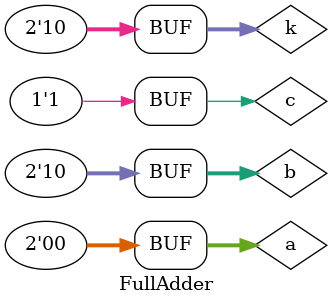
<source format=v>
module CLA(a,b,c,s,co);
	input [1:0] a,b;
	input [0:0] c;
	output [2:0] s;
	output [0:0] co;
	wire [0:0] cx0;
	Carry c1(.a(a[0:0]), .b(b[0:0]), .c(c[0:0]), .s(s[0:0]), .co(cx0[0:0]));
	Carry c2(.a(a[1:1]), .b(b[1:1]), .c(cx0[0:0]), .s(s[1:1]), .co(s[2:2]));
	assign co[0:0] = s[2:2];
endmodule

module Oracle(a,k,enca);
	input [1:0] a;
	input [1:0] k;
	output [1:0] enca;
	assign enca[1:0] = a[1:0] ^ k[1:0];
endmodule

module Carry(a,b,c,s,co);
	input [0:0] a;
	input [0:0] b;
	input [0:0] c;
	output [0:0] s;
	output [0:0] co;
	wire [0:0] out1, out2, out3, out4;
	assign out1 = a & b;
	assign out2 = a ^ b;
	assign out3 = out2 & c;
	assign co = out3 | out1;
	assign out4 = a ^ b;
	assign s = out4 ^ c;
endmodule

 module FullAdder;
	reg [1:0] a;
	reg [1:0] b;
	reg [0:0] c;
	reg [1:0] k;
	wire [1:0] enca;
	wire [2:0] s;
	wire [0:0] co;
	Oracle ora (.a(a), .k(k), .enca(enca));
	CLA cla (.a(enca), .b(b), .c(c), .s(s), .co(co));
	initial begin
	k='b10;
  	a=0;
  	b=2;
  	c=1;
  	$dumpfile(" 10.vcd");
	$dumpvars;
	end
endmodule

</source>
